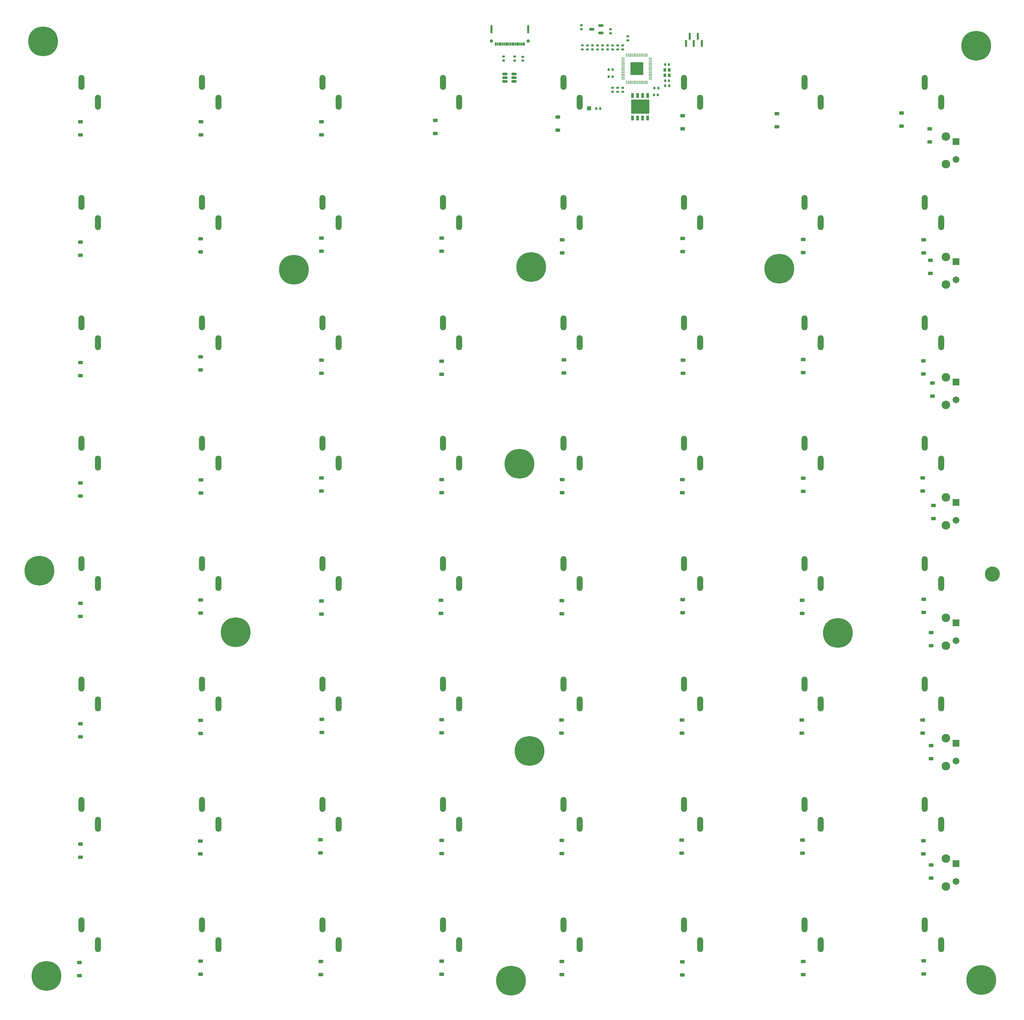
<source format=gbr>
%TF.GenerationSoftware,KiCad,Pcbnew,9.0.1*%
%TF.CreationDate,2025-05-31T14:49:15+01:00*%
%TF.ProjectId,Button MIDI Controller,42757474-6f6e-4204-9d49-444920436f6e,rev?*%
%TF.SameCoordinates,Original*%
%TF.FileFunction,Soldermask,Bot*%
%TF.FilePolarity,Negative*%
%FSLAX46Y46*%
G04 Gerber Fmt 4.6, Leading zero omitted, Abs format (unit mm)*
G04 Created by KiCad (PCBNEW 9.0.1) date 2025-05-31 14:49:15*
%MOMM*%
%LPD*%
G01*
G04 APERTURE LIST*
G04 Aperture macros list*
%AMRoundRect*
0 Rectangle with rounded corners*
0 $1 Rounding radius*
0 $2 $3 $4 $5 $6 $7 $8 $9 X,Y pos of 4 corners*
0 Add a 4 corners polygon primitive as box body*
4,1,4,$2,$3,$4,$5,$6,$7,$8,$9,$2,$3,0*
0 Add four circle primitives for the rounded corners*
1,1,$1+$1,$2,$3*
1,1,$1+$1,$4,$5*
1,1,$1+$1,$6,$7*
1,1,$1+$1,$8,$9*
0 Add four rect primitives between the rounded corners*
20,1,$1+$1,$2,$3,$4,$5,0*
20,1,$1+$1,$4,$5,$6,$7,0*
20,1,$1+$1,$6,$7,$8,$9,0*
20,1,$1+$1,$8,$9,$2,$3,0*%
G04 Aperture macros list end*
%ADD10O,1.500000X3.800000*%
%ADD11C,4.700000*%
%ADD12C,7.500000*%
%ADD13RoundRect,0.102000X0.754000X-0.754000X0.754000X0.754000X-0.754000X0.754000X-0.754000X-0.754000X0*%
%ADD14C,1.712000*%
%ADD15C,2.154000*%
%ADD16C,3.800000*%
%ADD17RoundRect,0.225000X0.375000X-0.225000X0.375000X0.225000X-0.375000X0.225000X-0.375000X-0.225000X0*%
%ADD18RoundRect,0.225000X-0.375000X0.225000X-0.375000X-0.225000X0.375000X-0.225000X0.375000X0.225000X0*%
%ADD19RoundRect,0.140000X0.170000X-0.140000X0.170000X0.140000X-0.170000X0.140000X-0.170000X-0.140000X0*%
%ADD20RoundRect,0.140000X-0.170000X0.140000X-0.170000X-0.140000X0.170000X-0.140000X0.170000X0.140000X0*%
%ADD21RoundRect,0.050000X-0.050000X0.387500X-0.050000X-0.387500X0.050000X-0.387500X0.050000X0.387500X0*%
%ADD22RoundRect,0.050000X-0.387500X0.050000X-0.387500X-0.050000X0.387500X-0.050000X0.387500X0.050000X0*%
%ADD23RoundRect,0.144000X-1.456000X1.456000X-1.456000X-1.456000X1.456000X-1.456000X1.456000X1.456000X0*%
%ADD24RoundRect,0.135000X-0.135000X-0.185000X0.135000X-0.185000X0.135000X0.185000X-0.135000X0.185000X0*%
%ADD25R,0.800000X0.900000*%
%ADD26RoundRect,0.135000X-0.185000X0.135000X-0.185000X-0.135000X0.185000X-0.135000X0.185000X0.135000X0*%
%ADD27R,0.600000X1.750000*%
%ADD28RoundRect,0.140000X-0.140000X-0.170000X0.140000X-0.170000X0.140000X0.170000X-0.140000X0.170000X0*%
%ADD29RoundRect,0.150000X0.512500X0.150000X-0.512500X0.150000X-0.512500X-0.150000X0.512500X-0.150000X0*%
%ADD30R,1.000000X1.000000*%
%ADD31RoundRect,0.140000X0.140000X0.170000X-0.140000X0.170000X-0.140000X-0.170000X0.140000X-0.170000X0*%
%ADD32RoundRect,0.080500X0.241500X-0.541500X0.241500X0.541500X-0.241500X0.541500X-0.241500X-0.541500X0*%
%ADD33RoundRect,0.102000X2.150000X-1.700000X2.150000X1.700000X-2.150000X1.700000X-2.150000X-1.700000X0*%
%ADD34RoundRect,0.070000X-0.070000X-0.345000X0.070000X-0.345000X0.070000X0.345000X-0.070000X0.345000X0*%
%ADD35RoundRect,0.112500X-0.112500X-0.302500X0.112500X-0.302500X0.112500X0.302500X-0.112500X0.302500X0*%
%ADD36O,0.550000X2.050000*%
%ADD37C,0.850000*%
%ADD38RoundRect,0.135000X0.135000X0.185000X-0.135000X0.185000X-0.135000X-0.185000X0.135000X-0.185000X0*%
%ADD39RoundRect,0.147500X-0.172500X0.147500X-0.172500X-0.147500X0.172500X-0.147500X0.172500X0.147500X0*%
%ADD40RoundRect,0.135000X0.185000X-0.135000X0.185000X0.135000X-0.185000X0.135000X-0.185000X-0.135000X0*%
G04 APERTURE END LIST*
D10*
%TO.C,MX12*%
X-180800000Y270900000D03*
X-184900000Y275900000D03*
%TD*%
%TO.C,MX51*%
X-211100000Y119400000D03*
X-215200000Y124400000D03*
%TD*%
%TO.C,MX22*%
X-120200000Y240600000D03*
X-124300000Y245600000D03*
%TD*%
D11*
%TO.C,REF\u002A\u002A*%
X-50760000Y315420000D03*
D12*
X-50760000Y315420000D03*
%TD*%
D10*
%TO.C,MX4*%
X-180800000Y301200000D03*
X-184900000Y306200000D03*
%TD*%
%TO.C,MX2*%
X-241400000Y301200000D03*
X-245500000Y306200000D03*
%TD*%
D11*
%TO.C,REF\u002A\u002A*%
X-100320000Y259260000D03*
D12*
X-100320000Y259260000D03*
%TD*%
D10*
%TO.C,MX46*%
X-120200000Y149700000D03*
X-124300000Y154700000D03*
%TD*%
%TO.C,MX55*%
X-89900000Y119400000D03*
X-94000000Y124400000D03*
%TD*%
%TO.C,MX56*%
X-59600000Y119400000D03*
X-63700000Y124400000D03*
%TD*%
D13*
%TO.C,S2*%
X-55880000Y261002000D03*
D14*
X-55880000Y256502000D03*
D15*
X-58380000Y262252000D03*
X-58380000Y255252000D03*
%TD*%
D10*
%TO.C,MX48*%
X-59600000Y149700000D03*
X-63700000Y154700000D03*
%TD*%
D13*
%TO.C,S1*%
X-55880000Y291302000D03*
D14*
X-55880000Y286802000D03*
D15*
X-58380000Y292552000D03*
X-58380000Y285552000D03*
%TD*%
D10*
%TO.C,MX40*%
X-59600000Y180000000D03*
X-63700000Y185000000D03*
%TD*%
%TO.C,MX47*%
X-89900000Y149700000D03*
X-94000000Y154700000D03*
%TD*%
%TO.C,MX42*%
X-241400000Y149700000D03*
X-245500000Y154700000D03*
%TD*%
%TO.C,MX53*%
X-150500000Y119400000D03*
X-154600000Y124400000D03*
%TD*%
%TO.C,MX38*%
X-120200000Y180000000D03*
X-124300000Y185000000D03*
%TD*%
%TO.C,MX37*%
X-150500000Y180000000D03*
X-154600000Y185000000D03*
%TD*%
%TO.C,MX61*%
X-150500000Y89100000D03*
X-154600000Y94100000D03*
%TD*%
D13*
%TO.C,S5*%
X-55880000Y170102000D03*
D14*
X-55880000Y165602000D03*
D15*
X-58380000Y171352000D03*
X-58380000Y164352000D03*
%TD*%
D11*
%TO.C,REF\u002A\u002A*%
X-222420000Y259010000D03*
D12*
X-222420000Y259010000D03*
%TD*%
D13*
%TO.C,S3*%
X-55880000Y230702000D03*
D14*
X-55880000Y226202000D03*
D15*
X-58380000Y231952000D03*
X-58380000Y224952000D03*
%TD*%
D11*
%TO.C,REF\u002A\u002A*%
X-286430000Y183240000D03*
D12*
X-286430000Y183240000D03*
%TD*%
D10*
%TO.C,MX52*%
X-180800000Y119400000D03*
X-184900000Y124400000D03*
%TD*%
D11*
%TO.C,REF\u002A\u002A*%
X-162720000Y259720000D03*
D12*
X-162720000Y259720000D03*
%TD*%
D11*
%TO.C,REF\u002A\u002A*%
X-165660000Y210150000D03*
D12*
X-165660000Y210150000D03*
%TD*%
D10*
%TO.C,MX50*%
X-241400000Y119400000D03*
X-245500000Y124400000D03*
%TD*%
%TO.C,MX14*%
X-120200000Y270900000D03*
X-124300000Y275900000D03*
%TD*%
%TO.C,MX8*%
X-59600000Y301200000D03*
X-63700000Y306200000D03*
%TD*%
%TO.C,MX45*%
X-150500000Y149700000D03*
X-154600000Y154700000D03*
%TD*%
%TO.C,MX5*%
X-150500000Y301200000D03*
X-154600000Y306200000D03*
%TD*%
%TO.C,MX6*%
X-120200000Y301200000D03*
X-124300000Y306200000D03*
%TD*%
D11*
%TO.C,REF\u002A\u002A*%
X-49480000Y80180000D03*
D12*
X-49480000Y80180000D03*
%TD*%
D10*
%TO.C,MX57*%
X-271700000Y89100000D03*
X-275800000Y94100000D03*
%TD*%
%TO.C,MX17*%
X-271700000Y240600000D03*
X-275800000Y245600000D03*
%TD*%
%TO.C,MX15*%
X-89900000Y270900000D03*
X-94000000Y275900000D03*
%TD*%
%TO.C,MX36*%
X-180800000Y180000000D03*
X-184900000Y185000000D03*
%TD*%
%TO.C,MX29*%
X-150500000Y210300000D03*
X-154600000Y215300000D03*
%TD*%
D11*
%TO.C,REF\u002A\u002A*%
X-237040000Y167720000D03*
D12*
X-237040000Y167720000D03*
%TD*%
D10*
%TO.C,MX64*%
X-59600000Y89100000D03*
X-63700000Y94100000D03*
%TD*%
%TO.C,MX21*%
X-150500000Y240600000D03*
X-154600000Y245600000D03*
%TD*%
%TO.C,MX18*%
X-241400000Y240600000D03*
X-245500000Y245600000D03*
%TD*%
%TO.C,MX13*%
X-150500000Y270900000D03*
X-154600000Y275900000D03*
%TD*%
%TO.C,MX23*%
X-89900000Y240600000D03*
X-94000000Y245600000D03*
%TD*%
D16*
%TO.C,REF\u002A\u002A*%
X-46736000Y182372000D03*
%TD*%
D10*
%TO.C,MX43*%
X-211100000Y149700000D03*
X-215200000Y154700000D03*
%TD*%
D11*
%TO.C,REF\u002A\u002A*%
X-85540000Y167600000D03*
D12*
X-85540000Y167600000D03*
%TD*%
D10*
%TO.C,MX35*%
X-211100000Y180000000D03*
X-215200000Y185000000D03*
%TD*%
%TO.C,MX24*%
X-59600000Y240600000D03*
X-63700000Y245600000D03*
%TD*%
%TO.C,MX62*%
X-120200000Y89100000D03*
X-124300000Y94100000D03*
%TD*%
%TO.C,MX34*%
X-241400000Y180000000D03*
X-245500000Y185000000D03*
%TD*%
%TO.C,MX49*%
X-271700000Y119400000D03*
X-275800000Y124400000D03*
%TD*%
%TO.C,MX19*%
X-211100000Y240600000D03*
X-215200000Y245600000D03*
%TD*%
%TO.C,MX3*%
X-211100000Y301200000D03*
X-215200000Y306200000D03*
%TD*%
%TO.C,MX1*%
X-271700000Y301200000D03*
X-275800000Y306200000D03*
%TD*%
%TO.C,MX32*%
X-59600000Y210300000D03*
X-63700000Y215300000D03*
%TD*%
D11*
%TO.C,REF\u002A\u002A*%
X-167780000Y79980000D03*
D12*
X-167780000Y79980000D03*
%TD*%
D13*
%TO.C,S6*%
X-55880000Y139802000D03*
D14*
X-55880000Y135302000D03*
D15*
X-58380000Y141052000D03*
X-58380000Y134052000D03*
%TD*%
D10*
%TO.C,MX9*%
X-271700000Y270900000D03*
X-275800000Y275900000D03*
%TD*%
D11*
%TO.C,REF\u002A\u002A*%
X-163130000Y137880000D03*
D12*
X-163130000Y137880000D03*
%TD*%
D10*
%TO.C,MX60*%
X-180800000Y89100000D03*
X-184900000Y94100000D03*
%TD*%
%TO.C,MX27*%
X-211100000Y210300000D03*
X-215200000Y215300000D03*
%TD*%
%TO.C,MX54*%
X-120200000Y119400000D03*
X-124300000Y124400000D03*
%TD*%
%TO.C,MX58*%
X-241400000Y89100000D03*
X-245500000Y94100000D03*
%TD*%
%TO.C,MX33*%
X-271700000Y180000000D03*
X-275800000Y185000000D03*
%TD*%
%TO.C,MX16*%
X-59600000Y270900000D03*
X-63700000Y275900000D03*
%TD*%
D13*
%TO.C,S4*%
X-55880000Y200402000D03*
D14*
X-55880000Y195902000D03*
D15*
X-58380000Y201652000D03*
X-58380000Y194652000D03*
%TD*%
D10*
%TO.C,MX30*%
X-120200000Y210300000D03*
X-124300000Y215300000D03*
%TD*%
%TO.C,MX7*%
X-89900000Y301200000D03*
X-94000000Y306200000D03*
%TD*%
D13*
%TO.C,S7*%
X-55880000Y109502000D03*
D14*
X-55880000Y105002000D03*
D15*
X-58380000Y110752000D03*
X-58380000Y103752000D03*
%TD*%
D10*
%TO.C,MX28*%
X-180800000Y210300000D03*
X-184900000Y215300000D03*
%TD*%
%TO.C,MX26*%
X-241400000Y210300000D03*
X-245500000Y215300000D03*
%TD*%
%TO.C,MX63*%
X-89900000Y89100000D03*
X-94000000Y94100000D03*
%TD*%
%TO.C,MX44*%
X-180800000Y149700000D03*
X-184900000Y154700000D03*
%TD*%
%TO.C,MX39*%
X-89900000Y180000000D03*
X-94000000Y185000000D03*
%TD*%
%TO.C,MX20*%
X-180800000Y240600000D03*
X-184900000Y245600000D03*
%TD*%
D11*
%TO.C,REF\u002A\u002A*%
X-285470000Y316470000D03*
D12*
X-285470000Y316470000D03*
%TD*%
D11*
%TO.C,REF\u002A\u002A*%
X-284640000Y81220000D03*
D12*
X-284640000Y81220000D03*
%TD*%
D10*
%TO.C,MX25*%
X-271700000Y210300000D03*
X-275800000Y215300000D03*
%TD*%
%TO.C,MX59*%
X-211100000Y89100000D03*
X-215200000Y94100000D03*
%TD*%
%TO.C,MX41*%
X-271700000Y149700000D03*
X-275800000Y154700000D03*
%TD*%
%TO.C,MX31*%
X-89900000Y210300000D03*
X-94000000Y215300000D03*
%TD*%
%TO.C,MX10*%
X-241400000Y270900000D03*
X-245500000Y275900000D03*
%TD*%
%TO.C,MX11*%
X-211100000Y270900000D03*
X-215200000Y275900000D03*
%TD*%
D17*
%TO.C,D40*%
X-63970000Y172720000D03*
X-63970000Y176020000D03*
%TD*%
D18*
%TO.C,D198*%
X-62090000Y139230000D03*
X-62090000Y135930000D03*
%TD*%
D17*
%TO.C,D30*%
X-124690000Y202880000D03*
X-124690000Y206180000D03*
%TD*%
%TO.C,D20*%
X-185210000Y232710000D03*
X-185210000Y236010000D03*
%TD*%
%TO.C,D18*%
X-245820000Y233800000D03*
X-245820000Y237100000D03*
%TD*%
%TO.C,D26*%
X-245810000Y202780000D03*
X-245810000Y206080000D03*
%TD*%
%TO.C,D49*%
X-276080000Y111130000D03*
X-276080000Y114430000D03*
%TD*%
%TO.C,D38*%
X-124620000Y172620000D03*
X-124620000Y175920000D03*
%TD*%
D18*
%TO.C,D194*%
X-62320000Y261357500D03*
X-62320000Y258057500D03*
%TD*%
D17*
%TO.C,D29*%
X-154950000Y202910000D03*
X-154950000Y206210000D03*
%TD*%
%TO.C,D59*%
X-215600000Y81540000D03*
X-215600000Y84840000D03*
%TD*%
%TO.C,D62*%
X-124670000Y81500000D03*
X-124670000Y84800000D03*
%TD*%
%TO.C,D60*%
X-185250000Y81630000D03*
X-185250000Y84930000D03*
%TD*%
%TO.C,D25*%
X-276080000Y202030000D03*
X-276080000Y205330000D03*
%TD*%
%TO.C,D32*%
X-64260000Y203260000D03*
X-64260000Y206560000D03*
%TD*%
%TO.C,D10*%
X-245840000Y263500000D03*
X-245840000Y266800000D03*
%TD*%
%TO.C,D45*%
X-155070000Y142330000D03*
X-155070000Y145630000D03*
%TD*%
%TO.C,D22*%
X-124500000Y232930000D03*
X-124500000Y236230000D03*
%TD*%
%TO.C,D64*%
X-64010000Y81700000D03*
X-64010000Y85000000D03*
%TD*%
%TO.C,D27*%
X-215430000Y203290000D03*
X-215430000Y206590000D03*
%TD*%
D19*
%TO.C,C9*%
X-149860000Y314480000D03*
X-149860000Y315440000D03*
%TD*%
D18*
%TO.C,D196*%
X-61500000Y199630000D03*
X-61500000Y196330000D03*
%TD*%
D17*
%TO.C,D13*%
X-154880000Y263260000D03*
X-154880000Y266560000D03*
%TD*%
%TO.C,D47*%
X-94600000Y142300000D03*
X-94600000Y145600000D03*
%TD*%
%TO.C,D5*%
X-156010000Y294170000D03*
X-156010000Y297470000D03*
%TD*%
D20*
%TO.C,C6*%
X-142240000Y304772000D03*
X-142240000Y303812000D03*
%TD*%
D21*
%TO.C,U1*%
X-138744000Y313063500D03*
X-138344000Y313063500D03*
X-137944000Y313063500D03*
X-137544000Y313063500D03*
X-137144000Y313063500D03*
X-136744000Y313063500D03*
X-136344000Y313063500D03*
X-135944000Y313063500D03*
X-135544000Y313063500D03*
X-135144000Y313063500D03*
X-134744000Y313063500D03*
X-134344000Y313063500D03*
X-133944000Y313063500D03*
X-133544000Y313063500D03*
D22*
X-132706500Y312226000D03*
X-132706500Y311826000D03*
X-132706500Y311426000D03*
X-132706500Y311026000D03*
X-132706500Y310626000D03*
X-132706500Y310226000D03*
X-132706500Y309826000D03*
X-132706500Y309426000D03*
X-132706500Y309026000D03*
X-132706500Y308626000D03*
X-132706500Y308226000D03*
X-132706500Y307826000D03*
X-132706500Y307426000D03*
X-132706500Y307026000D03*
D21*
X-133544000Y306188500D03*
X-133944000Y306188500D03*
X-134344000Y306188500D03*
X-134744000Y306188500D03*
X-135144000Y306188500D03*
X-135544000Y306188500D03*
X-135944000Y306188500D03*
X-136344000Y306188500D03*
X-136744000Y306188500D03*
X-137144000Y306188500D03*
X-137544000Y306188500D03*
X-137944000Y306188500D03*
X-138344000Y306188500D03*
X-138744000Y306188500D03*
D22*
X-139581500Y307026000D03*
X-139581500Y307426000D03*
X-139581500Y307826000D03*
X-139581500Y308226000D03*
X-139581500Y308626000D03*
X-139581500Y309026000D03*
X-139581500Y309426000D03*
X-139581500Y309826000D03*
X-139581500Y310226000D03*
X-139581500Y310626000D03*
X-139581500Y311026000D03*
X-139581500Y311426000D03*
X-139581500Y311826000D03*
X-139581500Y312226000D03*
D23*
X-136144000Y309626000D03*
%TD*%
D17*
%TO.C,D39*%
X-94520000Y172450000D03*
X-94520000Y175750000D03*
%TD*%
%TO.C,D51*%
X-215690000Y112190000D03*
X-215690000Y115490000D03*
%TD*%
%TO.C,D35*%
X-215490000Y172350000D03*
X-215490000Y175650000D03*
%TD*%
%TO.C,D42*%
X-245820000Y142280000D03*
X-245820000Y145580000D03*
%TD*%
D24*
%TO.C,R4*%
X-143258000Y307594000D03*
X-142238000Y307594000D03*
%TD*%
D17*
%TO.C,D19*%
X-215420000Y232900000D03*
X-215420000Y236200000D03*
%TD*%
%TO.C,D53*%
X-154990000Y111990000D03*
X-154990000Y115290000D03*
%TD*%
D19*
%TO.C,C11*%
X-147320000Y314480000D03*
X-147320000Y315440000D03*
%TD*%
%TO.C,C15*%
X-142240000Y314480000D03*
X-142240000Y315440000D03*
%TD*%
D25*
%TO.C,Y1*%
X-129074000Y307910000D03*
X-129074000Y309310000D03*
X-127974000Y309310000D03*
X-127974000Y307910000D03*
%TD*%
D26*
%TO.C,R7*%
X-169672000Y312676000D03*
X-169672000Y311656000D03*
%TD*%
D18*
%TO.C,D193*%
X-62490000Y294497500D03*
X-62490000Y291197500D03*
%TD*%
D17*
%TO.C,D14*%
X-124650000Y263620000D03*
X-124650000Y266920000D03*
%TD*%
%TO.C,D28*%
X-185210000Y202890000D03*
X-185210000Y206190000D03*
%TD*%
%TO.C,D50*%
X-245940000Y111900000D03*
X-245940000Y115200000D03*
%TD*%
D19*
%TO.C,C12*%
X-146050000Y314480000D03*
X-146050000Y315440000D03*
%TD*%
D17*
%TO.C,D48*%
X-64280000Y142310000D03*
X-64280000Y145610000D03*
%TD*%
D18*
%TO.C,D195*%
X-61770000Y230490000D03*
X-61770000Y227190000D03*
%TD*%
D19*
%TO.C,C16*%
X-140970000Y314480000D03*
X-140970000Y315440000D03*
%TD*%
D17*
%TO.C,D44*%
X-185270000Y142410000D03*
X-185270000Y145710000D03*
%TD*%
%TO.C,D52*%
X-185250000Y111992500D03*
X-185250000Y115292500D03*
%TD*%
%TO.C,D37*%
X-155040000Y172370000D03*
X-155040000Y175670000D03*
%TD*%
D27*
%TO.C,J1*%
X-123793000Y315990000D03*
X-122793000Y317740000D03*
X-121793000Y315990000D03*
X-120793000Y317740000D03*
X-119793000Y315990000D03*
%TD*%
D28*
%TO.C,C3*%
X-131798000Y303072800D03*
X-130838000Y303072800D03*
%TD*%
D17*
%TO.C,D31*%
X-94330000Y203230000D03*
X-94330000Y206530000D03*
%TD*%
D29*
%TO.C,U3*%
X-167010500Y308290000D03*
X-167010500Y307340000D03*
X-167010500Y306390000D03*
X-169285500Y306390000D03*
X-169285500Y307340000D03*
X-169285500Y308290000D03*
%TD*%
D30*
%TO.C,TP1*%
X-148158200Y299669200D03*
%TD*%
D17*
%TO.C,D4*%
X-186860000Y293260000D03*
X-186860000Y296560000D03*
%TD*%
%TO.C,D2*%
X-245780000Y292930000D03*
X-245780000Y296230000D03*
%TD*%
%TO.C,D6*%
X-124600000Y294470000D03*
X-124600000Y297770000D03*
%TD*%
%TO.C,D12*%
X-185220000Y263670000D03*
X-185220000Y266970000D03*
%TD*%
%TO.C,D8*%
X-69600000Y295190000D03*
X-69600000Y298490000D03*
%TD*%
%TO.C,D7*%
X-100870000Y294950000D03*
X-100870000Y298250000D03*
%TD*%
%TO.C,D23*%
X-94310000Y233060000D03*
X-94310000Y236360000D03*
%TD*%
%TO.C,D46*%
X-124810000Y142350000D03*
X-124810000Y145650000D03*
%TD*%
D19*
%TO.C,C13*%
X-144780000Y314480000D03*
X-144780000Y315440000D03*
%TD*%
D24*
%TO.C,R2*%
X-146356800Y299593000D03*
X-145336800Y299593000D03*
%TD*%
D26*
%TO.C,R6*%
X-166878000Y312676000D03*
X-166878000Y311656000D03*
%TD*%
D18*
%TO.C,D199*%
X-62140000Y109157500D03*
X-62140000Y105857500D03*
%TD*%
D17*
%TO.C,D1*%
X-276080000Y292930000D03*
X-276080000Y296230000D03*
%TD*%
D29*
%TO.C,U4*%
X-145166500Y320482000D03*
X-145166500Y318582000D03*
X-147441500Y319532000D03*
%TD*%
D17*
%TO.C,D36*%
X-185430000Y172480000D03*
X-185430000Y175780000D03*
%TD*%
D31*
%TO.C,C1*%
X-128044000Y306578000D03*
X-129004000Y306578000D03*
%TD*%
D20*
%TO.C,C8*%
X-139700000Y304772000D03*
X-139700000Y303812000D03*
%TD*%
D32*
%TO.C,U2*%
X-133400800Y297205200D03*
X-134670800Y297205200D03*
X-135940800Y297205200D03*
X-137210800Y297205200D03*
X-137210800Y302895200D03*
X-135940800Y302895200D03*
X-134670800Y302895200D03*
X-133400800Y302895200D03*
D33*
X-135305800Y300050200D03*
%TD*%
D20*
%TO.C,C7*%
X-140970000Y304772000D03*
X-140970000Y303812000D03*
%TD*%
D34*
%TO.C,J2*%
X-171090000Y315828000D03*
X-170290000Y315828000D03*
X-169490000Y315828000D03*
X-168690000Y315828000D03*
X-168290000Y315828000D03*
X-167890000Y315828000D03*
X-166290000Y315828000D03*
X-165490000Y315828000D03*
X-165090000Y315828000D03*
X-165890000Y315828000D03*
X-166690000Y315828000D03*
X-167090000Y315828000D03*
X-167490000Y315828000D03*
X-169090000Y315828000D03*
X-169890000Y315828000D03*
X-170690000Y315828000D03*
D35*
X-171605000Y315828000D03*
X-164575000Y315828000D03*
D36*
X-172685000Y319568000D03*
D37*
X-172685000Y316588000D03*
D36*
X-163495000Y319568000D03*
D37*
X-163495000Y316588000D03*
%TD*%
D19*
%TO.C,C4*%
X-150114000Y319560000D03*
X-150114000Y320520000D03*
%TD*%
%TO.C,C14*%
X-143510000Y314480000D03*
X-143510000Y315440000D03*
%TD*%
D17*
%TO.C,D9*%
X-276080000Y262630000D03*
X-276080000Y265930000D03*
%TD*%
%TO.C,D17*%
X-276080000Y232330000D03*
X-276080000Y235630000D03*
%TD*%
D18*
%TO.C,D197*%
X-62120000Y167670000D03*
X-62120000Y164370000D03*
%TD*%
D17*
%TO.C,D21*%
X-154470000Y233050000D03*
X-154470000Y236350000D03*
%TD*%
%TO.C,D24*%
X-64070000Y232800000D03*
X-64070000Y236100000D03*
%TD*%
%TO.C,D15*%
X-94290000Y263300000D03*
X-94290000Y266600000D03*
%TD*%
D38*
%TO.C,R1*%
X-128014000Y305308000D03*
X-129034000Y305308000D03*
%TD*%
D17*
%TO.C,D55*%
X-94430000Y112080000D03*
X-94430000Y115380000D03*
%TD*%
%TO.C,D34*%
X-245890000Y172530000D03*
X-245890000Y175830000D03*
%TD*%
%TO.C,D58*%
X-245880000Y81590000D03*
X-245880000Y84890000D03*
%TD*%
D19*
%TO.C,C5*%
X-142748000Y318544000D03*
X-142748000Y319504000D03*
%TD*%
D24*
%TO.C,R3*%
X-143258000Y309372000D03*
X-142238000Y309372000D03*
%TD*%
D17*
%TO.C,D63*%
X-94300000Y81570000D03*
X-94300000Y84870000D03*
%TD*%
D24*
%TO.C,R5*%
X-131701000Y304723800D03*
X-130681000Y304723800D03*
%TD*%
D17*
%TO.C,D3*%
X-215480000Y292930000D03*
X-215480000Y296230000D03*
%TD*%
D39*
%TO.C,F1*%
X-164820600Y312625600D03*
X-164820600Y311655600D03*
%TD*%
D17*
%TO.C,D57*%
X-276320000Y81330000D03*
X-276320000Y84630000D03*
%TD*%
%TO.C,D54*%
X-124850000Y112120000D03*
X-124850000Y115420000D03*
%TD*%
%TO.C,D61*%
X-155000000Y81560000D03*
X-155000000Y84860000D03*
%TD*%
D19*
%TO.C,C17*%
X-139700000Y314480000D03*
X-139700000Y315440000D03*
%TD*%
%TO.C,C10*%
X-148590000Y314480000D03*
X-148590000Y315440000D03*
%TD*%
D17*
%TO.C,D41*%
X-276080000Y141430000D03*
X-276080000Y144730000D03*
%TD*%
%TO.C,D43*%
X-215390000Y142520000D03*
X-215390000Y145820000D03*
%TD*%
%TO.C,D33*%
X-276080000Y171730000D03*
X-276080000Y175030000D03*
%TD*%
%TO.C,D56*%
X-64040000Y111910000D03*
X-64040000Y115210000D03*
%TD*%
D40*
%TO.C,R8*%
X-138430000Y316736000D03*
X-138430000Y317756000D03*
%TD*%
D17*
%TO.C,D11*%
X-215490000Y263670000D03*
X-215490000Y266970000D03*
%TD*%
D28*
%TO.C,C2*%
X-129004000Y310642000D03*
X-128044000Y310642000D03*
%TD*%
D17*
%TO.C,D16*%
X-64030000Y263220000D03*
X-64030000Y266520000D03*
%TD*%
M02*

</source>
